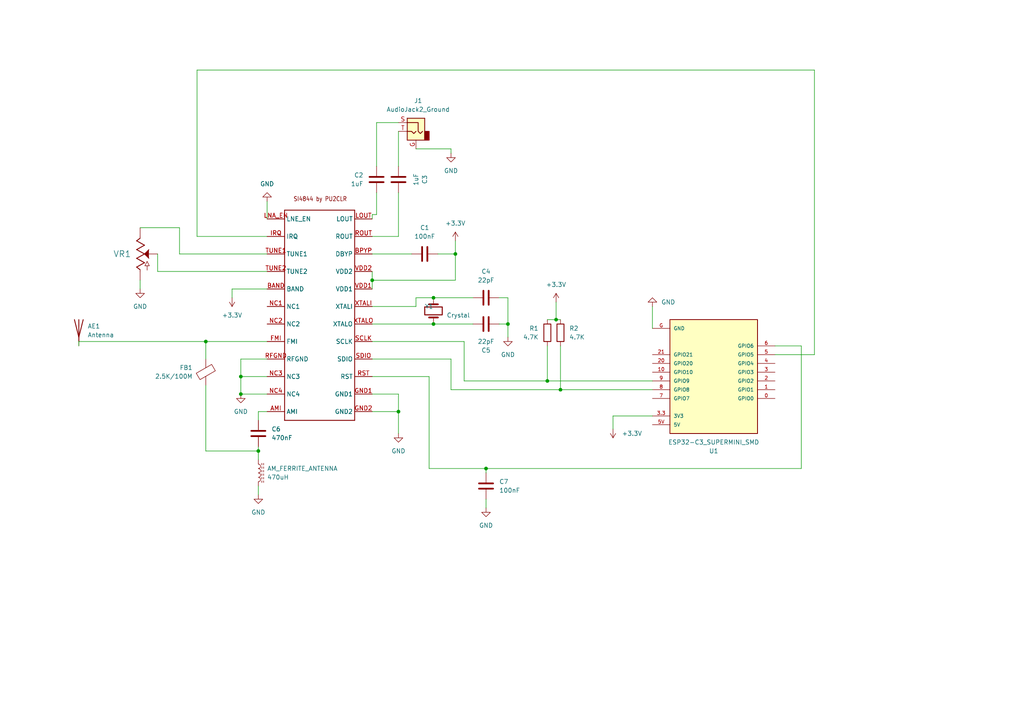
<source format=kicad_sch>
(kicad_sch (version 20230121) (generator eeschema)
  (paper "A4")
  (title_block (title "SI4844 and ESP32-C3 SUPER MINI Setup") (company "Ricardo Lima Caratti"))
  (lib_symbols
    (symbol "Connector_Audio:AudioJack2_Ground"
      (property "Reference" "J" (at 0 8.89 0))
      (property "Value" "AudioJack2_Ground" (at 0 6.35 0))
      (symbol "AudioJack2_Ground_0_1"
        (rectangle (start -2.54 -2.54) (end -3.81 0) (stroke (width 0.254)) (fill (type outline)))
        (polyline (pts (xy 0 0) (xy 0.635 -0.635) (xy 1.27 0) (xy 2.54 0)) (stroke (width 0.254)))
        (polyline (pts (xy 2.54 2.54) (xy -0.635 2.54) (xy -0.635 0) (xy -1.27 -0.635) (xy -1.905 0)) (stroke (width 0.254)))
        (rectangle (start 2.54 3.81) (end -2.54 -2.54) (stroke (width 0.254)) (fill (type background)))
      )
      (symbol "AudioJack2_Ground_1_1"
        (pin passive line (at 0 -5.08 90) (length 2.54) (name "~") (number "G"))
        (pin passive line (at 5.08 2.54 180) (length 2.54) (name "~") (number "S"))
        (pin passive line (at 5.08 0 180) (length 2.54) (name "~") (number "T"))
      )
    )
    (symbol "Device:Antenna" (pin_numbers hide) (pin_names (offset 1.016) hide)
      (property "Reference" "AE" (at -1.905 1.905 0))
      (property "Value" "Antenna" (at -1.905 0 0))
      (symbol "Antenna_0_1"
        (polyline (pts (xy 0 2.54) (xy 0 -3.81)) (stroke (width 0.254)))
        (polyline (pts (xy 1.27 2.54) (xy 0 -2.54) (xy -1.27 2.54)) (stroke (width 0.254)))
      )
      (symbol "Antenna_1_1"
        (pin input line (at 0 -5.08 90) (length 2.54) (name "A") (number "1"))
      )
    )
    (symbol "Device:C" (pin_numbers hide) (pin_names (offset 0.254))
      (property "Reference" "C" (at 0.635 2.54 0))
      (property "Value" "C" (at 0.635 -2.54 0))
      (symbol "C_0_1"
        (polyline (pts (xy -2.032 -0.762) (xy 2.032 -0.762)) (stroke (width 0.508)))
        (polyline (pts (xy -2.032 0.762) (xy 2.032 0.762)) (stroke (width 0.508)))
      )
      (symbol "C_1_1"
        (pin passive line (at 0 3.81 270) (length 2.794) (name "~") (number "1"))
        (pin passive line (at 0 -3.81 90) (length 2.794) (name "~") (number "2"))
      )
    )
    (symbol "Device:Crystal" (pin_numbers hide) (pin_names (offset 1.016) hide)
      (property "Reference" "Y" (at 0 3.81 0))
      (property "Value" "Crystal" (at 0 -3.81 0))
      (symbol "Crystal_0_1"
        (rectangle (start -1.143 2.54) (end 1.143 -2.54) (stroke (width 0.3048)))
        (polyline (pts (xy -2.54 0) (xy -1.905 0)))
        (polyline (pts (xy -1.905 -1.27) (xy -1.905 1.27)) (stroke (width 0.508)))
        (polyline (pts (xy 1.905 -1.27) (xy 1.905 1.27)) (stroke (width 0.508)))
        (polyline (pts (xy 2.54 0) (xy 1.905 0)))
      )
      (symbol "Crystal_1_1"
        (pin passive line (at -3.81 0 0) (length 1.27) (name "1") (number "1"))
        (pin passive line (at 3.81 0 180) (length 1.27) (name "2") (number "2"))
      )
    )
    (symbol "Device:FerriteBead" (pin_numbers hide) (pin_names (offset 0))
      (property "Reference" "FB" (at -3.81 0.635 90))
      (property "Value" "FerriteBead" (at 3.81 0 90))
      (symbol "FerriteBead_0_1"
        (polyline (pts (xy 0 -1.27) (xy 0 -1.2192)))
        (polyline (pts (xy 0 1.27) (xy 0 1.2954)))
        (polyline (pts (xy -2.7686 0.4064) (xy -1.7018 2.2606) (xy 2.7686 -0.3048) (xy 1.6764 -2.159) (xy -2.7686 0.4064)))
      )
      (symbol "FerriteBead_1_1"
        (pin passive line (at 0 3.81 270) (length 2.54) (name "~") (number "1"))
        (pin passive line (at 0 -3.81 90) (length 2.54) (name "~") (number "2"))
      )
    )
    (symbol "Device:L_Ferrite" (pin_numbers hide) (pin_names (offset 1.016) hide)
      (property "Reference" "L" (at -1.27 0 90))
      (property "Value" "L_Ferrite" (at 2.794 0 90))
      (symbol "L_Ferrite_0_1"
        (arc (start 0 -2.54) (mid 0.6323 -1.905) (end 0 -1.27))
        (arc (start 0 -1.27) (mid 0.6323 -0.635) (end 0 0))
        (polyline (pts (xy 1.016 -2.794) (xy 1.016 -2.286)))
        (polyline (pts (xy 1.016 -1.778) (xy 1.016 -1.27)))
        (polyline (pts (xy 1.016 -0.762) (xy 1.016 -0.254)))
        (polyline (pts (xy 1.016 0.254) (xy 1.016 0.762)))
        (polyline (pts (xy 1.016 1.27) (xy 1.016 1.778)))
        (polyline (pts (xy 1.016 2.286) (xy 1.016 2.794)))
        (polyline (pts (xy 1.524 -2.286) (xy 1.524 -2.794)))
        (polyline (pts (xy 1.524 -1.27) (xy 1.524 -1.778)))
        (polyline (pts (xy 1.524 -0.254) (xy 1.524 -0.762)))
        (polyline (pts (xy 1.524 0.762) (xy 1.524 0.254)))
        (polyline (pts (xy 1.524 1.778) (xy 1.524 1.27)))
        (polyline (pts (xy 1.524 2.794) (xy 1.524 2.286)))
        (arc (start 0 0) (mid 0.6323 0.635) (end 0 1.27))
        (arc (start 0 1.27) (mid 0.6323 1.905) (end 0 2.54))
      )
      (symbol "L_Ferrite_1_1"
        (pin passive line (at 0 3.81 270) (length 1.27) (name "1") (number "1"))
        (pin passive line (at 0 -3.81 90) (length 1.27) (name "2") (number "2"))
      )
    )
    (symbol "Device:R" (pin_numbers hide) (pin_names (offset 0))
      (property "Reference" "R" (at 2.032 0 90))
      (property "Value" "R" (at 0 0 90))
      (symbol "R_0_1"
        (rectangle (start -1.016 -2.54) (end 1.016 2.54) (stroke (width 0.254)))
      )
      (symbol "R_1_1"
        (pin passive line (at 0 3.81 270) (length 1.27) (name "~") (number "1"))
        (pin passive line (at 0 -3.81 90) (length 1.27) (name "~") (number "2"))
      )
    )
    (symbol "ESP32C3:ESP32-C3_SUPERMINI_SMD" (pin_names (offset 1.016))
      (property "Reference" "U" (at -12.7 16.002 0))
      (property "Value" "ESP32-C3_SUPERMINI_SMD" (at -12.7 -20.32 0))
      (symbol "ESP32-C3_SUPERMINI_SMD_0_0"
        (rectangle (start -12.7 -17.78) (end 12.7 15.24) (stroke (width 0.254)) (fill (type background)))
        (pin bidirectional line (at -17.78 5.08 0) (length 5.08) (name "GPIO0") (number "0"))
        (pin bidirectional line (at -17.78 2.54 0) (length 5.08) (name "GPIO1") (number "1"))
        (pin bidirectional line (at 17.78 -2.54 180) (length 5.08) (name "GPIO10") (number "10"))
        (pin bidirectional line (at -17.78 0 0) (length 5.08) (name "GPIO2") (number "2"))
        (pin bidirectional line (at 17.78 -5.08 180) (length 5.08) (name "GPIO20") (number "20"))
        (pin bidirectional line (at 17.78 -7.62 180) (length 5.08) (name "GPIO21") (number "21"))
        (pin bidirectional line (at -17.78 -2.54 0) (length 5.08) (name "GPIO3") (number "3"))
        (pin power_in line (at 17.78 10.16 180) (length 5.08) (name "3V3") (number "3.3"))
        (pin bidirectional line (at -17.78 -5.08 0) (length 5.08) (name "GPIO4") (number "4"))
        (pin bidirectional line (at -17.78 -7.62 0) (length 5.08) (name "GPIO5") (number "5"))
        (pin power_in line (at 17.78 12.7 180) (length 5.08) (name "5V") (number "5V"))
        (pin bidirectional line (at -17.78 -10.16 0) (length 5.08) (name "GPIO6") (number "6"))
        (pin bidirectional line (at 17.78 5.08 180) (length 5.08) (name "GPIO7") (number "7"))
        (pin bidirectional line (at 17.78 2.54 180) (length 5.08) (name "GPIO8") (number "8"))
        (pin bidirectional line (at 17.78 0 180) (length 5.08) (name "GPIO9") (number "9"))
        (pin power_in line (at 17.78 -15.24 180) (length 5.08) (name "GND") (number "G"))
      )
    )
    (symbol "SI4844:POTENTIOMETER-PTH-9MM-1/20W-20%"
      (property "Reference" "VR" (at 3.048 -0.254 90))
      (symbol "POTENTIOMETER-PTH-9MM-1/20W-20%_1_0"
        (polyline (pts (xy -1.016 -3.81) (xy 1.27 -2.54)) (stroke (width 0.254)))
        (polyline (pts (xy -1.016 -1.27) (xy 1.27 0)) (stroke (width 0.254)))
        (polyline (pts (xy -1.016 1.27) (xy 1.27 2.54)) (stroke (width 0.254)))
        (polyline (pts (xy -1.016 3.81) (xy 0 4.572)) (stroke (width 0.254)))
        (polyline (pts (xy 0 -5.08) (xy 0 -4.572)) (stroke (width 0.1524)))
        (polyline (pts (xy 0 -4.572) (xy -1.016 -3.81)) (stroke (width 0.254)))
        (polyline (pts (xy 0 4.572) (xy 0 5.08)) (stroke (width 0.1524)))
        (polyline (pts (xy 1.27 -2.54) (xy -1.016 -1.27)) (stroke (width 0.254)))
        (polyline (pts (xy 1.27 0) (xy -1.016 1.27)) (stroke (width 0.254)))
        (polyline (pts (xy 1.27 2.54) (xy -1.016 3.81)) (stroke (width 0.254)))
        (polyline (pts (xy 1.397 -3.429) (xy 2.032 -2.159)) (stroke (width 0.1524)))
        (polyline (pts (xy 2.032 -4.699) (xy 2.032 -3.429)) (stroke (width 0.1524)))
        (polyline (pts (xy 2.032 -3.429) (xy 1.397 -3.429)) (stroke (width 0.1524)))
        (polyline (pts (xy 2.032 -2.159) (xy 2.667 -3.429)) (stroke (width 0.1524)))
        (polyline (pts (xy 2.667 -3.429) (xy 2.032 -3.429)) (stroke (width 0.1524)))
        (polyline (pts (xy 2.54 -1.27) (xy 1.27 0) (xy 2.54 1.27)) (stroke (width 0.2032)) (fill (type outline)))
        (pin passive line (at 0 7.62 270) (length 2.54) (name "E") (number "P$1"))
        (pin passive line (at 5.08 0 180) (length 2.54) (name "S") (number "P$2"))
        (pin passive line (at 0 -7.62 90) (length 2.54) (name "A") (number "P$3"))
      )
    )
    (symbol "SI4844:SI4844"
      (symbol "SI4844_1_0"
        (polyline (pts (xy -17.78 -30.48) (xy 2.54 -30.48)) (stroke (width 0.254)))
        (polyline (pts (xy -17.78 30.48) (xy -17.78 -30.48)) (stroke (width 0.254)))
        (polyline (pts (xy 2.54 -30.48) (xy 2.54 30.48)) (stroke (width 0.254)))
        (polyline (pts (xy 2.54 30.48) (xy -17.78 30.48)) (stroke (width 0.254)))
        (text "SI4844 by PU2CLR" (at -15.24 33.02 0) (effects (font (size 1.27 1.0795)) (justify left bottom)))
        (pin bidirectional line (at -22.86 -27.94 0) (length 5.08) (name "AMI") (number "AMI"))
        (pin bidirectional line (at -22.86 7.62 0) (length 5.08) (name "BAND") (number "BAND"))
        (pin bidirectional line (at 7.62 17.78 180) (length 5.08) (name "DBYP") (number "BPYP"))
        (pin bidirectional line (at -22.86 -7.62 0) (length 5.08) (name "FMI") (number "FMI"))
        (pin bidirectional line (at 7.62 -22.86 180) (length 5.08) (name "GND1") (number "GND1"))
        (pin bidirectional line (at 7.62 -27.94 180) (length 5.08) (name "GND2") (number "GND2"))
        (pin bidirectional line (at -22.86 22.86 0) (length 5.08) (name "IRQ") (number "IRQ"))
        (pin bidirectional line (at -22.86 27.94 0) (length 5.08) (name "LNE_EN") (number "LNA_EN"))
        (pin bidirectional line (at 7.62 27.94 180) (length 5.08) (name "LOUT") (number "LOUT"))
        (pin bidirectional line (at -22.86 2.54 0) (length 5.08) (name "NC1") (number "NC1"))
        (pin bidirectional line (at -22.86 -2.54 0) (length 5.08) (name "NC2") (number "NC2"))
        (pin bidirectional line (at -22.86 -17.78 0) (length 5.08) (name "NC3") (number "NC3"))
        (pin bidirectional line (at -22.86 -22.86 0) (length 5.08) (name "NC4") (number "NC4"))
        (pin bidirectional line (at -22.86 -12.7 0) (length 5.08) (name "RFGND") (number "RFGND"))
        (pin bidirectional line (at 7.62 22.86 180) (length 5.08) (name "ROUT") (number "ROUT"))
        (pin bidirectional line (at 7.62 -17.78 180) (length 5.08) (name "RST") (number "RST"))
        (pin bidirectional line (at 7.62 -7.62 180) (length 5.08) (name "SCLK") (number "SCLK"))
        (pin bidirectional line (at 7.62 -12.7 180) (length 5.08) (name "SDIO") (number "SDIO"))
        (pin bidirectional line (at -22.86 17.78 0) (length 5.08) (name "TUNE1") (number "TUNE1"))
        (pin bidirectional line (at -22.86 12.7 0) (length 5.08) (name "TUNE2") (number "TUNE2"))
        (pin bidirectional line (at 7.62 7.62 180) (length 5.08) (name "VDD1") (number "VDD1"))
        (pin bidirectional line (at 7.62 12.7 180) (length 5.08) (name "VDD2") (number "VDD2"))
        (pin bidirectional line (at 7.62 2.54 180) (length 5.08) (name "XTALI") (number "XTALI"))
        (pin bidirectional line (at 7.62 -2.54 180) (length 5.08) (name "XTALO") (number "XTALO"))
      )
    )
    (symbol "power:+3.3V" (power) (pin_names (offset 0))
      (property "Value" "+3.3V" (at 0 3.556 0))
      (symbol "+3.3V_0_1"
        (polyline (pts (xy -0.762 1.27) (xy 0 2.54)))
        (polyline (pts (xy 0 0) (xy 0 2.54)))
        (polyline (pts (xy 0 2.54) (xy 0.762 1.27)))
      )
      (symbol "+3.3V_1_1"
        (pin power_in line (at 0 0 90) (length 0) hide (name "+3.3V") (number "1"))
      )
    )
    (symbol "power:GND" (power) (pin_names (offset 0))
      (property "Value" "GND" (at 0 -3.81 0))
      (symbol "GND_0_1"
        (polyline (pts (xy 0 0) (xy 0 -1.27) (xy 1.27 -1.27) (xy 0 -2.54) (xy -1.27 -1.27) (xy 0 -1.27)))
      )
      (symbol "GND_1_1"
        (pin power_in line (at 0 0 270) (length 0) hide (name "GND") (number "1"))
      )
    )
  )
  (junction (at 162.56 113.03))
  (junction (at 158.75 110.49))
  (junction (at 147.32 93.98))
  (junction (at 59.69 99.06))
  (junction (at 140.97 135.89))
  (junction (at 115.57 119.38))
  (junction (at 69.85 109.22))
  (junction (at 107.95 81.28))
  (junction (at 125.73 93.98))
  (junction (at 74.93 130.81))
  (junction (at 69.85 114.3))
  (junction (at 125.73 86.36))
  (junction (at 161.29 92.71))
  (junction (at 132.08 73.66))
  (wire (pts (xy 189.23 120.65) (xy 177.8 120.65)))
  (wire (pts (xy 140.97 144.78) (xy 140.97 147.32)))
  (wire (pts (xy 107.95 81.28) (xy 132.08 81.28)))
  (wire (pts (xy 107.95 114.3) (xy 115.57 114.3)))
  (wire (pts (xy 134.62 110.49) (xy 158.75 110.49)))
  (wire (pts (xy 107.95 68.58) (xy 115.57 68.58)))
  (wire (pts (xy 130.81 104.14) (xy 130.81 113.03)))
  (wire (pts (xy 147.32 86.36) (xy 147.32 93.98)))
  (wire (pts (xy 69.85 114.3) (xy 77.47 114.3)))
  (wire (pts (xy 107.95 73.66) (xy 119.38 73.66)))
  (wire (pts (xy 107.95 93.98) (xy 125.73 93.98)))
  (wire (pts (xy 120.65 43.18) (xy 130.81 43.18)))
  (wire (pts (xy 52.07 73.66) (xy 77.47 73.66)))
  (wire (pts (xy 77.47 58.42) (xy 77.47 63.5)))
  (wire (pts (xy 224.79 100.33) (xy 232.41 100.33)))
  (wire (pts (xy 144.78 93.98) (xy 147.32 93.98)))
  (wire (pts (xy 107.95 78.74) (xy 107.95 81.28)))
  (wire (pts (xy 132.08 69.85) (xy 132.08 73.66)))
  (wire (pts (xy 236.22 20.32) (xy 236.22 102.87)))
  (wire (pts (xy 177.8 120.65) (xy 177.8 124.46)))
  (wire (pts (xy 40.64 66.04) (xy 52.07 66.04)))
  (wire (pts (xy 77.47 83.82) (xy 67.31 83.82)))
  (wire (pts (xy 69.85 109.22) (xy 69.85 114.3)))
  (wire (pts (xy 67.31 83.82) (xy 67.31 86.36)))
  (wire (pts (xy 115.57 119.38) (xy 115.57 125.73)))
  (wire (pts (xy 120.65 86.36) (xy 125.73 86.36)))
  (wire (pts (xy 109.22 35.56) (xy 115.57 35.56)))
  (wire (pts (xy 107.95 109.22) (xy 124.46 109.22)))
  (wire (pts (xy 115.57 38.1) (xy 115.57 48.26)))
  (wire (pts (xy 107.95 119.38) (xy 115.57 119.38)))
  (wire (pts (xy 77.47 68.58) (xy 57.15 68.58)))
  (wire (pts (xy 59.69 99.06) (xy 77.47 99.06)))
  (wire (pts (xy 45.72 73.66) (xy 45.72 78.74)))
  (wire (pts (xy 161.29 87.63) (xy 161.29 92.71)))
  (wire (pts (xy 189.23 88.9) (xy 189.23 95.25)))
  (wire (pts (xy 140.97 135.89) (xy 232.41 135.89)))
  (wire (pts (xy 115.57 55.88) (xy 115.57 68.58)))
  (wire (pts (xy 107.95 63.5) (xy 107.95 62.23)))
  (wire (pts (xy 59.69 111.76) (xy 59.69 130.81)))
  (wire (pts (xy 130.81 43.18) (xy 130.81 44.45)))
  (wire (pts (xy 132.08 73.66) (xy 132.08 81.28)))
  (wire (pts (xy 144.78 86.36) (xy 147.32 86.36)))
  (wire (pts (xy 69.85 104.14) (xy 69.85 109.22)))
  (wire (pts (xy 107.95 81.28) (xy 107.95 83.82)))
  (wire (pts (xy 120.65 88.9) (xy 120.65 86.36)))
  (wire (pts (xy 59.69 130.81) (xy 74.93 130.81)))
  (wire (pts (xy 124.46 135.89) (xy 140.97 135.89)))
  (wire (pts (xy 109.22 62.23) (xy 109.22 55.88)))
  (wire (pts (xy 22.86 99.06) (xy 59.69 99.06)))
  (wire (pts (xy 162.56 113.03) (xy 130.81 113.03)))
  (wire (pts (xy 107.95 88.9) (xy 120.65 88.9)))
  (wire (pts (xy 232.41 100.33) (xy 232.41 135.89)))
  (wire (pts (xy 107.95 62.23) (xy 109.22 62.23)))
  (wire (pts (xy 45.72 78.74) (xy 77.47 78.74)))
  (wire (pts (xy 147.32 93.98) (xy 147.32 97.79)))
  (wire (pts (xy 162.56 113.03) (xy 189.23 113.03)))
  (wire (pts (xy 74.93 129.54) (xy 74.93 130.81)))
  (wire (pts (xy 107.95 99.06) (xy 134.62 99.06)))
  (wire (pts (xy 52.07 66.04) (xy 52.07 73.66)))
  (wire (pts (xy 22.86 100.33) (xy 22.86 99.06)))
  (wire (pts (xy 140.97 135.89) (xy 140.97 137.16)))
  (wire (pts (xy 74.93 119.38) (xy 74.93 121.92)))
  (wire (pts (xy 107.95 104.14) (xy 130.81 104.14)))
  (wire (pts (xy 161.29 92.71) (xy 162.56 92.71)))
  (wire (pts (xy 158.75 100.33) (xy 158.75 110.49)))
  (wire (pts (xy 77.47 119.38) (xy 74.93 119.38)))
  (wire (pts (xy 158.75 110.49) (xy 189.23 110.49)))
  (wire (pts (xy 57.15 68.58) (xy 57.15 20.32)))
  (wire (pts (xy 40.64 81.28) (xy 40.64 83.82)))
  (wire (pts (xy 162.56 100.33) (xy 162.56 113.03)))
  (wire (pts (xy 134.62 99.06) (xy 134.62 110.49)))
  (wire (pts (xy 125.73 93.98) (xy 137.16 93.98)))
  (wire (pts (xy 59.69 104.14) (xy 59.69 99.06)))
  (wire (pts (xy 109.22 48.26) (xy 109.22 35.56)))
  (wire (pts (xy 74.93 140.97) (xy 74.93 143.51)))
  (wire (pts (xy 236.22 20.32) (xy 57.15 20.32)))
  (wire (pts (xy 125.73 86.36) (xy 137.16 86.36)))
  (wire (pts (xy 127 73.66) (xy 132.08 73.66)))
  (wire (pts (xy 158.75 92.71) (xy 161.29 92.71)))
  (wire (pts (xy 224.79 102.87) (xy 236.22 102.87)))
  (wire (pts (xy 74.93 130.81) (xy 74.93 133.35)))
  (wire (pts (xy 124.46 109.22) (xy 124.46 135.89)))
  (wire (pts (xy 115.57 114.3) (xy 115.57 119.38)))
  (wire (pts (xy 77.47 104.14) (xy 69.85 104.14)))
  (wire (pts (xy 77.47 109.22) (xy 69.85 109.22)))
  (symbol (lib_id "power:+3.3V") (at 177.8 124.46 180) (unit 1)
    (property "Reference" "#PWR013" (effects hide))
    (property "Value" "+3.3V" (at 180.34 125.73 0) (effects (justify right)))
  )
  (symbol (lib_id "Device:C") (at 115.57 52.07 0) (mirror y) (unit 1)
    (property "Reference" "C3" (at 123.19 52.07 90))
    (property "Value" "1uF" (at 120.65 52.07 90))
  )
  (symbol (lib_id "SI4844:POTENTIOMETER-PTH-9MM-1/20W-20%") (at 40.64 73.66 0) (unit 1)
    (property "Reference" "VR1" (at 38.1 73.66 0) (effects (font (size 1.778 1.778)) (justify right)))
    (property "Footprint" "SI4844_01:POT-PTH-ALPS" (effects hide))
  )
  (symbol (lib_id "power:GND") (at 140.97 147.32 0) (unit 1)
    (property "Reference" "#PWR011" (effects hide))
    (property "Value" "GND" (at 140.97 152.4 0))
  )
  (symbol (lib_id "power:GND") (at 130.81 44.45 0) (unit 1)
    (property "Reference" "#PWR05" (effects hide))
    (property "Value" "GND" (at 130.81 49.53 0))
  )
  (symbol (lib_id "Connector_Audio:AudioJack2_Ground") (at 120.65 38.1 0) (mirror y) (unit 1)
    (property "Reference" "J1" (at 121.285 29.21 0))
    (property "Value" "AudioJack2_Ground" (at 121.285 31.75 0))
  )
  (symbol (lib_id "Device:C") (at 140.97 86.36 270) (unit 1)
    (property "Reference" "C4" (at 140.97 78.74 90))
    (property "Value" "22pF" (at 140.97 81.28 90))
  )
  (symbol (lib_id "Device:FerriteBead") (at 59.69 107.95 0) (mirror y) (unit 1)
    (property "Reference" "FB1" (at 55.88 106.6292 0) (effects (justify left)))
    (property "Value" "2.5K/100M" (at 55.88 109.1692 0) (effects (justify left)))
  )
  (symbol (lib_id "power:GND") (at 189.23 88.9 180) (unit 1)
    (property "Reference" "#PWR012" (effects hide))
    (property "Value" "GND" (at 191.77 87.63 0) (effects (justify right)))
  )
  (symbol (lib_id "ESP32C3:ESP32-C3_SUPERMINI_SMD") (at 207.01 110.49 180) (unit 1)
    (property "Reference" "U1" (at 207.01 130.81 0))
    (property "Value" "ESP32-C3_SUPERMINI_SMD" (at 207.01 128.27 0))
    (property "Footprint" "ESP32-C3_SUPERMINI_SMD:MODULE_ESP32-C3_SUPERMINI" (effects hide))
    (property "MF" "Espressif Systems" (effects hide))
    (property "MAXIMUM_PACKAGE_HEIGHT" "4.2mm" (effects hide))
    (property "Package" "None" (effects hide))
    (property "Price" "None" (effects hide))
    (property "Check_prices" "https://www.snapeda.com/parts/ESP32-C3%20SuperMini_SMD/Espressif+Systems/view-part/?ref=eda" (effects hide))
    (property "STANDARD" "Manufacturer Recommendations" (effects hide))
    (property "SnapEDA_Link" "https://www.snapeda.com/parts/ESP32-C3%20SuperMini_SMD/Espressif+Systems/view-part/?ref=snap" (effects hide))
    (property "MP" "ESP32-C3 SuperMini_SMD" (effects hide))
    (property "Description" "\n                        \n                            Super tiny ESP32-C3 board\n                        \n" (effects hide))
    (property "Availability" "Not in stock" (effects hide))
    (property "MANUFACTURER" "Espressif" (effects hide))
  )
  (symbol (lib_id "power:GND") (at 40.64 83.82 0) (unit 1)
    (property "Reference" "#PWR010" (effects hide))
    (property "Value" "GND" (at 40.64 88.9 0))
  )
  (symbol (lib_id "Device:L_Ferrite") (at 74.93 137.16 0) (unit 1)
    (property "Reference" "AM_FERRITE_ANTENNA" (at 77.47 135.89 0) (effects (justify left)))
    (property "Value" "470uH" (at 77.47 138.43 0) (effects (justify left)))
  )
  (symbol (lib_id "Device:C") (at 109.22 52.07 0) (mirror y) (unit 1)
    (property "Reference" "C2" (at 105.41 50.8 0) (effects (justify left)))
    (property "Value" "1uF" (at 105.41 53.34 0) (effects (justify left)))
  )
  (symbol (lib_id "SI4844:SI4844") (at 100.33 91.44 0) (unit 1)
    (property "Reference" "SI1" (effects hide))
    (property "Footprint" "SI4844_01:SSOP24" (effects hide))
  )
  (symbol (lib_id "Device:R") (at 162.56 96.52 0) (unit 1)
    (property "Reference" "R2" (at 165.1 95.25 0) (effects (justify left)))
    (property "Value" "4.7K" (at 165.1 97.79 0) (effects (justify left)))
  )
  (symbol (lib_id "power:GND") (at 77.47 58.42 180) (unit 1)
    (property "Reference" "#PWR08" (effects hide))
    (property "Value" "GND" (at 77.47 53.34 0))
  )
  (symbol (lib_id "power:+3.3V") (at 132.08 69.85 0) (unit 1)
    (property "Reference" "#PWR01" (effects hide))
    (property "Value" "+3.3V" (at 132.08 64.77 0))
  )
  (symbol (lib_id "power:GND") (at 147.32 97.79 0) (unit 1)
    (property "Reference" "#PWR02" (effects hide))
    (property "Value" "GND" (at 147.32 102.87 0))
  )
  (symbol (lib_id "power:+3.3V") (at 161.29 87.63 0) (unit 1)
    (property "Reference" "#PWR04" (effects hide))
    (property "Value" "+3.3V" (at 161.29 82.55 0))
  )
  (symbol (lib_id "Device:R") (at 158.75 96.52 0) (mirror y) (unit 1)
    (property "Reference" "R1" (at 156.21 95.25 0) (effects (justify left)))
    (property "Value" "4.7K" (at 156.21 97.79 0) (effects (justify left)))
  )
  (symbol (lib_id "power:GND") (at 115.57 125.73 0) (unit 1)
    (property "Reference" "#PWR03" (effects hide))
    (property "Value" "GND" (at 115.57 130.81 0))
  )
  (symbol (lib_id "Device:C") (at 123.19 73.66 270) (unit 1)
    (property "Reference" "C1" (at 123.19 66.04 90))
    (property "Value" "100nF" (at 123.19 68.58 90))
  )
  (symbol (lib_id "power:GND") (at 69.85 114.3 0) (unit 1)
    (property "Reference" "#PWR07" (effects hide))
    (property "Value" "GND" (at 69.85 119.38 0))
  )
  (symbol (lib_id "Device:C") (at 140.97 140.97 0) (unit 1)
    (property "Reference" "C7" (at 144.78 139.7 0) (effects (justify left)))
    (property "Value" "100nF" (at 144.78 142.24 0) (effects (justify left)))
  )
  (symbol (lib_id "Device:Antenna") (at 22.86 95.25 0) (unit 1)
    (property "Reference" "AE1" (at 25.4 94.615 0) (effects (justify left)))
    (property "Value" "Antenna" (at 25.4 97.155 0) (effects (justify left)))
  )
  (symbol (lib_id "power:GND") (at 74.93 143.51 0) (unit 1)
    (property "Reference" "#PWR06" (effects hide))
    (property "Value" "GND" (at 74.93 148.59 0))
  )
  (symbol (lib_id "Device:C") (at 74.93 125.73 0) (unit 1)
    (property "Reference" "C6" (at 78.74 124.46 0) (effects (justify left)))
    (property "Value" "470nF" (at 78.74 127 0) (effects (justify left)))
  )
  (symbol (lib_id "power:+3.3V") (at 67.31 86.36 180) (unit 1)
    (property "Reference" "#PWR09" (effects hide))
    (property "Value" "+3.3V" (at 67.31 91.44 0))
  )
  (symbol (lib_id "Device:Crystal") (at 125.73 90.17 270) (unit 1)
    (property "Reference" "Y1" (at 123.19 88.9 90) (effects (justify left)))
    (property "Value" "Crystal" (at 129.54 91.44 90) (effects (justify left)))
  )
  (symbol (lib_id "Device:C") (at 140.97 93.98 270) (mirror x) (unit 1)
    (property "Reference" "C5" (at 140.97 101.6 90))
    (property "Value" "22pF" (at 140.97 99.06 90))
  )
)
</source>
